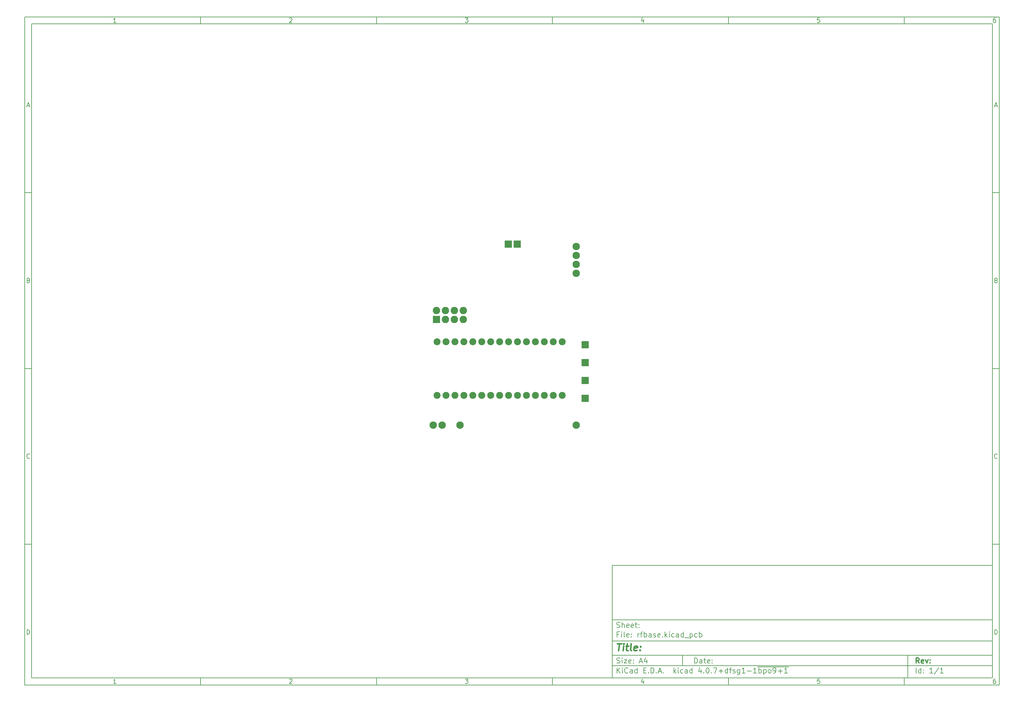
<source format=gbr>
G04 #@! TF.FileFunction,Soldermask,Bot*
%FSLAX46Y46*%
G04 Gerber Fmt 4.6, Leading zero omitted, Abs format (unit mm)*
G04 Created by KiCad (PCBNEW 4.0.7+dfsg1-1~bpo9+1) date Fri Jan  5 13:38:06 2018*
%MOMM*%
%LPD*%
G01*
G04 APERTURE LIST*
%ADD10C,0.100000*%
%ADD11C,0.150000*%
%ADD12C,0.300000*%
%ADD13C,0.400000*%
%ADD14C,1.974800*%
%ADD15R,2.100000X2.100000*%
%ADD16O,2.100000X2.100000*%
%ADD17C,2.100000*%
G04 APERTURE END LIST*
D10*
D11*
X177002200Y-166007200D02*
X177002200Y-198007200D01*
X285002200Y-198007200D01*
X285002200Y-166007200D01*
X177002200Y-166007200D01*
D10*
D11*
X10000000Y-10000000D02*
X10000000Y-200007200D01*
X287002200Y-200007200D01*
X287002200Y-10000000D01*
X10000000Y-10000000D01*
D10*
D11*
X12000000Y-12000000D02*
X12000000Y-198007200D01*
X285002200Y-198007200D01*
X285002200Y-12000000D01*
X12000000Y-12000000D01*
D10*
D11*
X60000000Y-12000000D02*
X60000000Y-10000000D01*
D10*
D11*
X110000000Y-12000000D02*
X110000000Y-10000000D01*
D10*
D11*
X160000000Y-12000000D02*
X160000000Y-10000000D01*
D10*
D11*
X210000000Y-12000000D02*
X210000000Y-10000000D01*
D10*
D11*
X260000000Y-12000000D02*
X260000000Y-10000000D01*
D10*
D11*
X35990476Y-11588095D02*
X35247619Y-11588095D01*
X35619048Y-11588095D02*
X35619048Y-10288095D01*
X35495238Y-10473810D01*
X35371429Y-10597619D01*
X35247619Y-10659524D01*
D10*
D11*
X85247619Y-10411905D02*
X85309524Y-10350000D01*
X85433333Y-10288095D01*
X85742857Y-10288095D01*
X85866667Y-10350000D01*
X85928571Y-10411905D01*
X85990476Y-10535714D01*
X85990476Y-10659524D01*
X85928571Y-10845238D01*
X85185714Y-11588095D01*
X85990476Y-11588095D01*
D10*
D11*
X135185714Y-10288095D02*
X135990476Y-10288095D01*
X135557143Y-10783333D01*
X135742857Y-10783333D01*
X135866667Y-10845238D01*
X135928571Y-10907143D01*
X135990476Y-11030952D01*
X135990476Y-11340476D01*
X135928571Y-11464286D01*
X135866667Y-11526190D01*
X135742857Y-11588095D01*
X135371429Y-11588095D01*
X135247619Y-11526190D01*
X135185714Y-11464286D01*
D10*
D11*
X185866667Y-10721429D02*
X185866667Y-11588095D01*
X185557143Y-10226190D02*
X185247619Y-11154762D01*
X186052381Y-11154762D01*
D10*
D11*
X235928571Y-10288095D02*
X235309524Y-10288095D01*
X235247619Y-10907143D01*
X235309524Y-10845238D01*
X235433333Y-10783333D01*
X235742857Y-10783333D01*
X235866667Y-10845238D01*
X235928571Y-10907143D01*
X235990476Y-11030952D01*
X235990476Y-11340476D01*
X235928571Y-11464286D01*
X235866667Y-11526190D01*
X235742857Y-11588095D01*
X235433333Y-11588095D01*
X235309524Y-11526190D01*
X235247619Y-11464286D01*
D10*
D11*
X285866667Y-10288095D02*
X285619048Y-10288095D01*
X285495238Y-10350000D01*
X285433333Y-10411905D01*
X285309524Y-10597619D01*
X285247619Y-10845238D01*
X285247619Y-11340476D01*
X285309524Y-11464286D01*
X285371429Y-11526190D01*
X285495238Y-11588095D01*
X285742857Y-11588095D01*
X285866667Y-11526190D01*
X285928571Y-11464286D01*
X285990476Y-11340476D01*
X285990476Y-11030952D01*
X285928571Y-10907143D01*
X285866667Y-10845238D01*
X285742857Y-10783333D01*
X285495238Y-10783333D01*
X285371429Y-10845238D01*
X285309524Y-10907143D01*
X285247619Y-11030952D01*
D10*
D11*
X60000000Y-198007200D02*
X60000000Y-200007200D01*
D10*
D11*
X110000000Y-198007200D02*
X110000000Y-200007200D01*
D10*
D11*
X160000000Y-198007200D02*
X160000000Y-200007200D01*
D10*
D11*
X210000000Y-198007200D02*
X210000000Y-200007200D01*
D10*
D11*
X260000000Y-198007200D02*
X260000000Y-200007200D01*
D10*
D11*
X35990476Y-199595295D02*
X35247619Y-199595295D01*
X35619048Y-199595295D02*
X35619048Y-198295295D01*
X35495238Y-198481010D01*
X35371429Y-198604819D01*
X35247619Y-198666724D01*
D10*
D11*
X85247619Y-198419105D02*
X85309524Y-198357200D01*
X85433333Y-198295295D01*
X85742857Y-198295295D01*
X85866667Y-198357200D01*
X85928571Y-198419105D01*
X85990476Y-198542914D01*
X85990476Y-198666724D01*
X85928571Y-198852438D01*
X85185714Y-199595295D01*
X85990476Y-199595295D01*
D10*
D11*
X135185714Y-198295295D02*
X135990476Y-198295295D01*
X135557143Y-198790533D01*
X135742857Y-198790533D01*
X135866667Y-198852438D01*
X135928571Y-198914343D01*
X135990476Y-199038152D01*
X135990476Y-199347676D01*
X135928571Y-199471486D01*
X135866667Y-199533390D01*
X135742857Y-199595295D01*
X135371429Y-199595295D01*
X135247619Y-199533390D01*
X135185714Y-199471486D01*
D10*
D11*
X185866667Y-198728629D02*
X185866667Y-199595295D01*
X185557143Y-198233390D02*
X185247619Y-199161962D01*
X186052381Y-199161962D01*
D10*
D11*
X235928571Y-198295295D02*
X235309524Y-198295295D01*
X235247619Y-198914343D01*
X235309524Y-198852438D01*
X235433333Y-198790533D01*
X235742857Y-198790533D01*
X235866667Y-198852438D01*
X235928571Y-198914343D01*
X235990476Y-199038152D01*
X235990476Y-199347676D01*
X235928571Y-199471486D01*
X235866667Y-199533390D01*
X235742857Y-199595295D01*
X235433333Y-199595295D01*
X235309524Y-199533390D01*
X235247619Y-199471486D01*
D10*
D11*
X285866667Y-198295295D02*
X285619048Y-198295295D01*
X285495238Y-198357200D01*
X285433333Y-198419105D01*
X285309524Y-198604819D01*
X285247619Y-198852438D01*
X285247619Y-199347676D01*
X285309524Y-199471486D01*
X285371429Y-199533390D01*
X285495238Y-199595295D01*
X285742857Y-199595295D01*
X285866667Y-199533390D01*
X285928571Y-199471486D01*
X285990476Y-199347676D01*
X285990476Y-199038152D01*
X285928571Y-198914343D01*
X285866667Y-198852438D01*
X285742857Y-198790533D01*
X285495238Y-198790533D01*
X285371429Y-198852438D01*
X285309524Y-198914343D01*
X285247619Y-199038152D01*
D10*
D11*
X10000000Y-60000000D02*
X12000000Y-60000000D01*
D10*
D11*
X10000000Y-110000000D02*
X12000000Y-110000000D01*
D10*
D11*
X10000000Y-160000000D02*
X12000000Y-160000000D01*
D10*
D11*
X10690476Y-35216667D02*
X11309524Y-35216667D01*
X10566667Y-35588095D02*
X11000000Y-34288095D01*
X11433333Y-35588095D01*
D10*
D11*
X11092857Y-84907143D02*
X11278571Y-84969048D01*
X11340476Y-85030952D01*
X11402381Y-85154762D01*
X11402381Y-85340476D01*
X11340476Y-85464286D01*
X11278571Y-85526190D01*
X11154762Y-85588095D01*
X10659524Y-85588095D01*
X10659524Y-84288095D01*
X11092857Y-84288095D01*
X11216667Y-84350000D01*
X11278571Y-84411905D01*
X11340476Y-84535714D01*
X11340476Y-84659524D01*
X11278571Y-84783333D01*
X11216667Y-84845238D01*
X11092857Y-84907143D01*
X10659524Y-84907143D01*
D10*
D11*
X11402381Y-135464286D02*
X11340476Y-135526190D01*
X11154762Y-135588095D01*
X11030952Y-135588095D01*
X10845238Y-135526190D01*
X10721429Y-135402381D01*
X10659524Y-135278571D01*
X10597619Y-135030952D01*
X10597619Y-134845238D01*
X10659524Y-134597619D01*
X10721429Y-134473810D01*
X10845238Y-134350000D01*
X11030952Y-134288095D01*
X11154762Y-134288095D01*
X11340476Y-134350000D01*
X11402381Y-134411905D01*
D10*
D11*
X10659524Y-185588095D02*
X10659524Y-184288095D01*
X10969048Y-184288095D01*
X11154762Y-184350000D01*
X11278571Y-184473810D01*
X11340476Y-184597619D01*
X11402381Y-184845238D01*
X11402381Y-185030952D01*
X11340476Y-185278571D01*
X11278571Y-185402381D01*
X11154762Y-185526190D01*
X10969048Y-185588095D01*
X10659524Y-185588095D01*
D10*
D11*
X287002200Y-60000000D02*
X285002200Y-60000000D01*
D10*
D11*
X287002200Y-110000000D02*
X285002200Y-110000000D01*
D10*
D11*
X287002200Y-160000000D02*
X285002200Y-160000000D01*
D10*
D11*
X285692676Y-35216667D02*
X286311724Y-35216667D01*
X285568867Y-35588095D02*
X286002200Y-34288095D01*
X286435533Y-35588095D01*
D10*
D11*
X286095057Y-84907143D02*
X286280771Y-84969048D01*
X286342676Y-85030952D01*
X286404581Y-85154762D01*
X286404581Y-85340476D01*
X286342676Y-85464286D01*
X286280771Y-85526190D01*
X286156962Y-85588095D01*
X285661724Y-85588095D01*
X285661724Y-84288095D01*
X286095057Y-84288095D01*
X286218867Y-84350000D01*
X286280771Y-84411905D01*
X286342676Y-84535714D01*
X286342676Y-84659524D01*
X286280771Y-84783333D01*
X286218867Y-84845238D01*
X286095057Y-84907143D01*
X285661724Y-84907143D01*
D10*
D11*
X286404581Y-135464286D02*
X286342676Y-135526190D01*
X286156962Y-135588095D01*
X286033152Y-135588095D01*
X285847438Y-135526190D01*
X285723629Y-135402381D01*
X285661724Y-135278571D01*
X285599819Y-135030952D01*
X285599819Y-134845238D01*
X285661724Y-134597619D01*
X285723629Y-134473810D01*
X285847438Y-134350000D01*
X286033152Y-134288095D01*
X286156962Y-134288095D01*
X286342676Y-134350000D01*
X286404581Y-134411905D01*
D10*
D11*
X285661724Y-185588095D02*
X285661724Y-184288095D01*
X285971248Y-184288095D01*
X286156962Y-184350000D01*
X286280771Y-184473810D01*
X286342676Y-184597619D01*
X286404581Y-184845238D01*
X286404581Y-185030952D01*
X286342676Y-185278571D01*
X286280771Y-185402381D01*
X286156962Y-185526190D01*
X285971248Y-185588095D01*
X285661724Y-185588095D01*
D10*
D11*
X200359343Y-193785771D02*
X200359343Y-192285771D01*
X200716486Y-192285771D01*
X200930771Y-192357200D01*
X201073629Y-192500057D01*
X201145057Y-192642914D01*
X201216486Y-192928629D01*
X201216486Y-193142914D01*
X201145057Y-193428629D01*
X201073629Y-193571486D01*
X200930771Y-193714343D01*
X200716486Y-193785771D01*
X200359343Y-193785771D01*
X202502200Y-193785771D02*
X202502200Y-193000057D01*
X202430771Y-192857200D01*
X202287914Y-192785771D01*
X202002200Y-192785771D01*
X201859343Y-192857200D01*
X202502200Y-193714343D02*
X202359343Y-193785771D01*
X202002200Y-193785771D01*
X201859343Y-193714343D01*
X201787914Y-193571486D01*
X201787914Y-193428629D01*
X201859343Y-193285771D01*
X202002200Y-193214343D01*
X202359343Y-193214343D01*
X202502200Y-193142914D01*
X203002200Y-192785771D02*
X203573629Y-192785771D01*
X203216486Y-192285771D02*
X203216486Y-193571486D01*
X203287914Y-193714343D01*
X203430772Y-193785771D01*
X203573629Y-193785771D01*
X204645057Y-193714343D02*
X204502200Y-193785771D01*
X204216486Y-193785771D01*
X204073629Y-193714343D01*
X204002200Y-193571486D01*
X204002200Y-193000057D01*
X204073629Y-192857200D01*
X204216486Y-192785771D01*
X204502200Y-192785771D01*
X204645057Y-192857200D01*
X204716486Y-193000057D01*
X204716486Y-193142914D01*
X204002200Y-193285771D01*
X205359343Y-193642914D02*
X205430771Y-193714343D01*
X205359343Y-193785771D01*
X205287914Y-193714343D01*
X205359343Y-193642914D01*
X205359343Y-193785771D01*
X205359343Y-192857200D02*
X205430771Y-192928629D01*
X205359343Y-193000057D01*
X205287914Y-192928629D01*
X205359343Y-192857200D01*
X205359343Y-193000057D01*
D10*
D11*
X177002200Y-194507200D02*
X285002200Y-194507200D01*
D10*
D11*
X178359343Y-196585771D02*
X178359343Y-195085771D01*
X179216486Y-196585771D02*
X178573629Y-195728629D01*
X179216486Y-195085771D02*
X178359343Y-195942914D01*
X179859343Y-196585771D02*
X179859343Y-195585771D01*
X179859343Y-195085771D02*
X179787914Y-195157200D01*
X179859343Y-195228629D01*
X179930771Y-195157200D01*
X179859343Y-195085771D01*
X179859343Y-195228629D01*
X181430772Y-196442914D02*
X181359343Y-196514343D01*
X181145057Y-196585771D01*
X181002200Y-196585771D01*
X180787915Y-196514343D01*
X180645057Y-196371486D01*
X180573629Y-196228629D01*
X180502200Y-195942914D01*
X180502200Y-195728629D01*
X180573629Y-195442914D01*
X180645057Y-195300057D01*
X180787915Y-195157200D01*
X181002200Y-195085771D01*
X181145057Y-195085771D01*
X181359343Y-195157200D01*
X181430772Y-195228629D01*
X182716486Y-196585771D02*
X182716486Y-195800057D01*
X182645057Y-195657200D01*
X182502200Y-195585771D01*
X182216486Y-195585771D01*
X182073629Y-195657200D01*
X182716486Y-196514343D02*
X182573629Y-196585771D01*
X182216486Y-196585771D01*
X182073629Y-196514343D01*
X182002200Y-196371486D01*
X182002200Y-196228629D01*
X182073629Y-196085771D01*
X182216486Y-196014343D01*
X182573629Y-196014343D01*
X182716486Y-195942914D01*
X184073629Y-196585771D02*
X184073629Y-195085771D01*
X184073629Y-196514343D02*
X183930772Y-196585771D01*
X183645058Y-196585771D01*
X183502200Y-196514343D01*
X183430772Y-196442914D01*
X183359343Y-196300057D01*
X183359343Y-195871486D01*
X183430772Y-195728629D01*
X183502200Y-195657200D01*
X183645058Y-195585771D01*
X183930772Y-195585771D01*
X184073629Y-195657200D01*
X185930772Y-195800057D02*
X186430772Y-195800057D01*
X186645058Y-196585771D02*
X185930772Y-196585771D01*
X185930772Y-195085771D01*
X186645058Y-195085771D01*
X187287915Y-196442914D02*
X187359343Y-196514343D01*
X187287915Y-196585771D01*
X187216486Y-196514343D01*
X187287915Y-196442914D01*
X187287915Y-196585771D01*
X188002201Y-196585771D02*
X188002201Y-195085771D01*
X188359344Y-195085771D01*
X188573629Y-195157200D01*
X188716487Y-195300057D01*
X188787915Y-195442914D01*
X188859344Y-195728629D01*
X188859344Y-195942914D01*
X188787915Y-196228629D01*
X188716487Y-196371486D01*
X188573629Y-196514343D01*
X188359344Y-196585771D01*
X188002201Y-196585771D01*
X189502201Y-196442914D02*
X189573629Y-196514343D01*
X189502201Y-196585771D01*
X189430772Y-196514343D01*
X189502201Y-196442914D01*
X189502201Y-196585771D01*
X190145058Y-196157200D02*
X190859344Y-196157200D01*
X190002201Y-196585771D02*
X190502201Y-195085771D01*
X191002201Y-196585771D01*
X191502201Y-196442914D02*
X191573629Y-196514343D01*
X191502201Y-196585771D01*
X191430772Y-196514343D01*
X191502201Y-196442914D01*
X191502201Y-196585771D01*
X194502201Y-196585771D02*
X194502201Y-195085771D01*
X194645058Y-196014343D02*
X195073629Y-196585771D01*
X195073629Y-195585771D02*
X194502201Y-196157200D01*
X195716487Y-196585771D02*
X195716487Y-195585771D01*
X195716487Y-195085771D02*
X195645058Y-195157200D01*
X195716487Y-195228629D01*
X195787915Y-195157200D01*
X195716487Y-195085771D01*
X195716487Y-195228629D01*
X197073630Y-196514343D02*
X196930773Y-196585771D01*
X196645059Y-196585771D01*
X196502201Y-196514343D01*
X196430773Y-196442914D01*
X196359344Y-196300057D01*
X196359344Y-195871486D01*
X196430773Y-195728629D01*
X196502201Y-195657200D01*
X196645059Y-195585771D01*
X196930773Y-195585771D01*
X197073630Y-195657200D01*
X198359344Y-196585771D02*
X198359344Y-195800057D01*
X198287915Y-195657200D01*
X198145058Y-195585771D01*
X197859344Y-195585771D01*
X197716487Y-195657200D01*
X198359344Y-196514343D02*
X198216487Y-196585771D01*
X197859344Y-196585771D01*
X197716487Y-196514343D01*
X197645058Y-196371486D01*
X197645058Y-196228629D01*
X197716487Y-196085771D01*
X197859344Y-196014343D01*
X198216487Y-196014343D01*
X198359344Y-195942914D01*
X199716487Y-196585771D02*
X199716487Y-195085771D01*
X199716487Y-196514343D02*
X199573630Y-196585771D01*
X199287916Y-196585771D01*
X199145058Y-196514343D01*
X199073630Y-196442914D01*
X199002201Y-196300057D01*
X199002201Y-195871486D01*
X199073630Y-195728629D01*
X199145058Y-195657200D01*
X199287916Y-195585771D01*
X199573630Y-195585771D01*
X199716487Y-195657200D01*
X202216487Y-195585771D02*
X202216487Y-196585771D01*
X201859344Y-195014343D02*
X201502201Y-196085771D01*
X202430773Y-196085771D01*
X203002201Y-196442914D02*
X203073629Y-196514343D01*
X203002201Y-196585771D01*
X202930772Y-196514343D01*
X203002201Y-196442914D01*
X203002201Y-196585771D01*
X204002201Y-195085771D02*
X204145058Y-195085771D01*
X204287915Y-195157200D01*
X204359344Y-195228629D01*
X204430773Y-195371486D01*
X204502201Y-195657200D01*
X204502201Y-196014343D01*
X204430773Y-196300057D01*
X204359344Y-196442914D01*
X204287915Y-196514343D01*
X204145058Y-196585771D01*
X204002201Y-196585771D01*
X203859344Y-196514343D01*
X203787915Y-196442914D01*
X203716487Y-196300057D01*
X203645058Y-196014343D01*
X203645058Y-195657200D01*
X203716487Y-195371486D01*
X203787915Y-195228629D01*
X203859344Y-195157200D01*
X204002201Y-195085771D01*
X205145058Y-196442914D02*
X205216486Y-196514343D01*
X205145058Y-196585771D01*
X205073629Y-196514343D01*
X205145058Y-196442914D01*
X205145058Y-196585771D01*
X205716487Y-195085771D02*
X206716487Y-195085771D01*
X206073630Y-196585771D01*
X207287915Y-196014343D02*
X208430772Y-196014343D01*
X207859343Y-196585771D02*
X207859343Y-195442914D01*
X209787915Y-196585771D02*
X209787915Y-195085771D01*
X209787915Y-196514343D02*
X209645058Y-196585771D01*
X209359344Y-196585771D01*
X209216486Y-196514343D01*
X209145058Y-196442914D01*
X209073629Y-196300057D01*
X209073629Y-195871486D01*
X209145058Y-195728629D01*
X209216486Y-195657200D01*
X209359344Y-195585771D01*
X209645058Y-195585771D01*
X209787915Y-195657200D01*
X210287915Y-195585771D02*
X210859344Y-195585771D01*
X210502201Y-196585771D02*
X210502201Y-195300057D01*
X210573629Y-195157200D01*
X210716487Y-195085771D01*
X210859344Y-195085771D01*
X211287915Y-196514343D02*
X211430772Y-196585771D01*
X211716487Y-196585771D01*
X211859344Y-196514343D01*
X211930772Y-196371486D01*
X211930772Y-196300057D01*
X211859344Y-196157200D01*
X211716487Y-196085771D01*
X211502201Y-196085771D01*
X211359344Y-196014343D01*
X211287915Y-195871486D01*
X211287915Y-195800057D01*
X211359344Y-195657200D01*
X211502201Y-195585771D01*
X211716487Y-195585771D01*
X211859344Y-195657200D01*
X213216487Y-195585771D02*
X213216487Y-196800057D01*
X213145058Y-196942914D01*
X213073630Y-197014343D01*
X212930773Y-197085771D01*
X212716487Y-197085771D01*
X212573630Y-197014343D01*
X213216487Y-196514343D02*
X213073630Y-196585771D01*
X212787916Y-196585771D01*
X212645058Y-196514343D01*
X212573630Y-196442914D01*
X212502201Y-196300057D01*
X212502201Y-195871486D01*
X212573630Y-195728629D01*
X212645058Y-195657200D01*
X212787916Y-195585771D01*
X213073630Y-195585771D01*
X213216487Y-195657200D01*
X214716487Y-196585771D02*
X213859344Y-196585771D01*
X214287916Y-196585771D02*
X214287916Y-195085771D01*
X214145059Y-195300057D01*
X214002201Y-195442914D01*
X213859344Y-195514343D01*
X215359344Y-196014343D02*
X216502201Y-196014343D01*
X218002201Y-196585771D02*
X217145058Y-196585771D01*
X217573630Y-196585771D02*
X217573630Y-195085771D01*
X217430773Y-195300057D01*
X217287915Y-195442914D01*
X217145058Y-195514343D01*
X218645058Y-196585771D02*
X218645058Y-195085771D01*
X218645058Y-195657200D02*
X218787915Y-195585771D01*
X219073629Y-195585771D01*
X219216486Y-195657200D01*
X219287915Y-195728629D01*
X219359344Y-195871486D01*
X219359344Y-196300057D01*
X219287915Y-196442914D01*
X219216486Y-196514343D01*
X219073629Y-196585771D01*
X218787915Y-196585771D01*
X218645058Y-196514343D01*
X220002201Y-195585771D02*
X220002201Y-197085771D01*
X220002201Y-195657200D02*
X220145058Y-195585771D01*
X220430772Y-195585771D01*
X220573629Y-195657200D01*
X220645058Y-195728629D01*
X220716487Y-195871486D01*
X220716487Y-196300057D01*
X220645058Y-196442914D01*
X220573629Y-196514343D01*
X220430772Y-196585771D01*
X220145058Y-196585771D01*
X220002201Y-196514343D01*
X221573630Y-196585771D02*
X221430772Y-196514343D01*
X221359344Y-196442914D01*
X221287915Y-196300057D01*
X221287915Y-195871486D01*
X221359344Y-195728629D01*
X221430772Y-195657200D01*
X221573630Y-195585771D01*
X221787915Y-195585771D01*
X221930772Y-195657200D01*
X222002201Y-195728629D01*
X222073630Y-195871486D01*
X222073630Y-196300057D01*
X222002201Y-196442914D01*
X221930772Y-196514343D01*
X221787915Y-196585771D01*
X221573630Y-196585771D01*
X222787915Y-196585771D02*
X223073630Y-196585771D01*
X223216487Y-196514343D01*
X223287915Y-196442914D01*
X223430773Y-196228629D01*
X223502201Y-195942914D01*
X223502201Y-195371486D01*
X223430773Y-195228629D01*
X223359344Y-195157200D01*
X223216487Y-195085771D01*
X222930773Y-195085771D01*
X222787915Y-195157200D01*
X222716487Y-195228629D01*
X222645058Y-195371486D01*
X222645058Y-195728629D01*
X222716487Y-195871486D01*
X222787915Y-195942914D01*
X222930773Y-196014343D01*
X223216487Y-196014343D01*
X223359344Y-195942914D01*
X223430773Y-195871486D01*
X223502201Y-195728629D01*
X224145058Y-196014343D02*
X225287915Y-196014343D01*
X224716486Y-196585771D02*
X224716486Y-195442914D01*
X226787915Y-196585771D02*
X225930772Y-196585771D01*
X226359344Y-196585771D02*
X226359344Y-195085771D01*
X226216487Y-195300057D01*
X226073629Y-195442914D01*
X225930772Y-195514343D01*
X218287915Y-194827200D02*
X227073629Y-194827200D01*
D10*
D11*
X177002200Y-191507200D02*
X285002200Y-191507200D01*
D10*
D12*
X264216486Y-193785771D02*
X263716486Y-193071486D01*
X263359343Y-193785771D02*
X263359343Y-192285771D01*
X263930771Y-192285771D01*
X264073629Y-192357200D01*
X264145057Y-192428629D01*
X264216486Y-192571486D01*
X264216486Y-192785771D01*
X264145057Y-192928629D01*
X264073629Y-193000057D01*
X263930771Y-193071486D01*
X263359343Y-193071486D01*
X265430771Y-193714343D02*
X265287914Y-193785771D01*
X265002200Y-193785771D01*
X264859343Y-193714343D01*
X264787914Y-193571486D01*
X264787914Y-193000057D01*
X264859343Y-192857200D01*
X265002200Y-192785771D01*
X265287914Y-192785771D01*
X265430771Y-192857200D01*
X265502200Y-193000057D01*
X265502200Y-193142914D01*
X264787914Y-193285771D01*
X266002200Y-192785771D02*
X266359343Y-193785771D01*
X266716485Y-192785771D01*
X267287914Y-193642914D02*
X267359342Y-193714343D01*
X267287914Y-193785771D01*
X267216485Y-193714343D01*
X267287914Y-193642914D01*
X267287914Y-193785771D01*
X267287914Y-192857200D02*
X267359342Y-192928629D01*
X267287914Y-193000057D01*
X267216485Y-192928629D01*
X267287914Y-192857200D01*
X267287914Y-193000057D01*
D10*
D11*
X178287914Y-193714343D02*
X178502200Y-193785771D01*
X178859343Y-193785771D01*
X179002200Y-193714343D01*
X179073629Y-193642914D01*
X179145057Y-193500057D01*
X179145057Y-193357200D01*
X179073629Y-193214343D01*
X179002200Y-193142914D01*
X178859343Y-193071486D01*
X178573629Y-193000057D01*
X178430771Y-192928629D01*
X178359343Y-192857200D01*
X178287914Y-192714343D01*
X178287914Y-192571486D01*
X178359343Y-192428629D01*
X178430771Y-192357200D01*
X178573629Y-192285771D01*
X178930771Y-192285771D01*
X179145057Y-192357200D01*
X179787914Y-193785771D02*
X179787914Y-192785771D01*
X179787914Y-192285771D02*
X179716485Y-192357200D01*
X179787914Y-192428629D01*
X179859342Y-192357200D01*
X179787914Y-192285771D01*
X179787914Y-192428629D01*
X180359343Y-192785771D02*
X181145057Y-192785771D01*
X180359343Y-193785771D01*
X181145057Y-193785771D01*
X182287914Y-193714343D02*
X182145057Y-193785771D01*
X181859343Y-193785771D01*
X181716486Y-193714343D01*
X181645057Y-193571486D01*
X181645057Y-193000057D01*
X181716486Y-192857200D01*
X181859343Y-192785771D01*
X182145057Y-192785771D01*
X182287914Y-192857200D01*
X182359343Y-193000057D01*
X182359343Y-193142914D01*
X181645057Y-193285771D01*
X183002200Y-193642914D02*
X183073628Y-193714343D01*
X183002200Y-193785771D01*
X182930771Y-193714343D01*
X183002200Y-193642914D01*
X183002200Y-193785771D01*
X183002200Y-192857200D02*
X183073628Y-192928629D01*
X183002200Y-193000057D01*
X182930771Y-192928629D01*
X183002200Y-192857200D01*
X183002200Y-193000057D01*
X184787914Y-193357200D02*
X185502200Y-193357200D01*
X184645057Y-193785771D02*
X185145057Y-192285771D01*
X185645057Y-193785771D01*
X186787914Y-192785771D02*
X186787914Y-193785771D01*
X186430771Y-192214343D02*
X186073628Y-193285771D01*
X187002200Y-193285771D01*
D10*
D11*
X263359343Y-196585771D02*
X263359343Y-195085771D01*
X264716486Y-196585771D02*
X264716486Y-195085771D01*
X264716486Y-196514343D02*
X264573629Y-196585771D01*
X264287915Y-196585771D01*
X264145057Y-196514343D01*
X264073629Y-196442914D01*
X264002200Y-196300057D01*
X264002200Y-195871486D01*
X264073629Y-195728629D01*
X264145057Y-195657200D01*
X264287915Y-195585771D01*
X264573629Y-195585771D01*
X264716486Y-195657200D01*
X265430772Y-196442914D02*
X265502200Y-196514343D01*
X265430772Y-196585771D01*
X265359343Y-196514343D01*
X265430772Y-196442914D01*
X265430772Y-196585771D01*
X265430772Y-195657200D02*
X265502200Y-195728629D01*
X265430772Y-195800057D01*
X265359343Y-195728629D01*
X265430772Y-195657200D01*
X265430772Y-195800057D01*
X268073629Y-196585771D02*
X267216486Y-196585771D01*
X267645058Y-196585771D02*
X267645058Y-195085771D01*
X267502201Y-195300057D01*
X267359343Y-195442914D01*
X267216486Y-195514343D01*
X269787914Y-195014343D02*
X268502200Y-196942914D01*
X271073629Y-196585771D02*
X270216486Y-196585771D01*
X270645058Y-196585771D02*
X270645058Y-195085771D01*
X270502201Y-195300057D01*
X270359343Y-195442914D01*
X270216486Y-195514343D01*
D10*
D11*
X177002200Y-187507200D02*
X285002200Y-187507200D01*
D10*
D13*
X178454581Y-188211962D02*
X179597438Y-188211962D01*
X178776010Y-190211962D02*
X179026010Y-188211962D01*
X180014105Y-190211962D02*
X180180771Y-188878629D01*
X180264105Y-188211962D02*
X180156962Y-188307200D01*
X180240295Y-188402438D01*
X180347439Y-188307200D01*
X180264105Y-188211962D01*
X180240295Y-188402438D01*
X180847438Y-188878629D02*
X181609343Y-188878629D01*
X181216486Y-188211962D02*
X181002200Y-189926248D01*
X181073630Y-190116724D01*
X181252201Y-190211962D01*
X181442677Y-190211962D01*
X182395058Y-190211962D02*
X182216487Y-190116724D01*
X182145057Y-189926248D01*
X182359343Y-188211962D01*
X183930772Y-190116724D02*
X183728391Y-190211962D01*
X183347439Y-190211962D01*
X183168867Y-190116724D01*
X183097438Y-189926248D01*
X183192676Y-189164343D01*
X183311724Y-188973867D01*
X183514105Y-188878629D01*
X183895057Y-188878629D01*
X184073629Y-188973867D01*
X184145057Y-189164343D01*
X184121248Y-189354819D01*
X183145057Y-189545295D01*
X184895057Y-190021486D02*
X184978392Y-190116724D01*
X184871248Y-190211962D01*
X184787915Y-190116724D01*
X184895057Y-190021486D01*
X184871248Y-190211962D01*
X185026010Y-188973867D02*
X185109344Y-189069105D01*
X185002200Y-189164343D01*
X184918867Y-189069105D01*
X185026010Y-188973867D01*
X185002200Y-189164343D01*
D10*
D11*
X178859343Y-185600057D02*
X178359343Y-185600057D01*
X178359343Y-186385771D02*
X178359343Y-184885771D01*
X179073629Y-184885771D01*
X179645057Y-186385771D02*
X179645057Y-185385771D01*
X179645057Y-184885771D02*
X179573628Y-184957200D01*
X179645057Y-185028629D01*
X179716485Y-184957200D01*
X179645057Y-184885771D01*
X179645057Y-185028629D01*
X180573629Y-186385771D02*
X180430771Y-186314343D01*
X180359343Y-186171486D01*
X180359343Y-184885771D01*
X181716485Y-186314343D02*
X181573628Y-186385771D01*
X181287914Y-186385771D01*
X181145057Y-186314343D01*
X181073628Y-186171486D01*
X181073628Y-185600057D01*
X181145057Y-185457200D01*
X181287914Y-185385771D01*
X181573628Y-185385771D01*
X181716485Y-185457200D01*
X181787914Y-185600057D01*
X181787914Y-185742914D01*
X181073628Y-185885771D01*
X182430771Y-186242914D02*
X182502199Y-186314343D01*
X182430771Y-186385771D01*
X182359342Y-186314343D01*
X182430771Y-186242914D01*
X182430771Y-186385771D01*
X182430771Y-185457200D02*
X182502199Y-185528629D01*
X182430771Y-185600057D01*
X182359342Y-185528629D01*
X182430771Y-185457200D01*
X182430771Y-185600057D01*
X184287914Y-186385771D02*
X184287914Y-185385771D01*
X184287914Y-185671486D02*
X184359342Y-185528629D01*
X184430771Y-185457200D01*
X184573628Y-185385771D01*
X184716485Y-185385771D01*
X185002199Y-185385771D02*
X185573628Y-185385771D01*
X185216485Y-186385771D02*
X185216485Y-185100057D01*
X185287913Y-184957200D01*
X185430771Y-184885771D01*
X185573628Y-184885771D01*
X186073628Y-186385771D02*
X186073628Y-184885771D01*
X186073628Y-185457200D02*
X186216485Y-185385771D01*
X186502199Y-185385771D01*
X186645056Y-185457200D01*
X186716485Y-185528629D01*
X186787914Y-185671486D01*
X186787914Y-186100057D01*
X186716485Y-186242914D01*
X186645056Y-186314343D01*
X186502199Y-186385771D01*
X186216485Y-186385771D01*
X186073628Y-186314343D01*
X188073628Y-186385771D02*
X188073628Y-185600057D01*
X188002199Y-185457200D01*
X187859342Y-185385771D01*
X187573628Y-185385771D01*
X187430771Y-185457200D01*
X188073628Y-186314343D02*
X187930771Y-186385771D01*
X187573628Y-186385771D01*
X187430771Y-186314343D01*
X187359342Y-186171486D01*
X187359342Y-186028629D01*
X187430771Y-185885771D01*
X187573628Y-185814343D01*
X187930771Y-185814343D01*
X188073628Y-185742914D01*
X188716485Y-186314343D02*
X188859342Y-186385771D01*
X189145057Y-186385771D01*
X189287914Y-186314343D01*
X189359342Y-186171486D01*
X189359342Y-186100057D01*
X189287914Y-185957200D01*
X189145057Y-185885771D01*
X188930771Y-185885771D01*
X188787914Y-185814343D01*
X188716485Y-185671486D01*
X188716485Y-185600057D01*
X188787914Y-185457200D01*
X188930771Y-185385771D01*
X189145057Y-185385771D01*
X189287914Y-185457200D01*
X190573628Y-186314343D02*
X190430771Y-186385771D01*
X190145057Y-186385771D01*
X190002200Y-186314343D01*
X189930771Y-186171486D01*
X189930771Y-185600057D01*
X190002200Y-185457200D01*
X190145057Y-185385771D01*
X190430771Y-185385771D01*
X190573628Y-185457200D01*
X190645057Y-185600057D01*
X190645057Y-185742914D01*
X189930771Y-185885771D01*
X191287914Y-186242914D02*
X191359342Y-186314343D01*
X191287914Y-186385771D01*
X191216485Y-186314343D01*
X191287914Y-186242914D01*
X191287914Y-186385771D01*
X192002200Y-186385771D02*
X192002200Y-184885771D01*
X192145057Y-185814343D02*
X192573628Y-186385771D01*
X192573628Y-185385771D02*
X192002200Y-185957200D01*
X193216486Y-186385771D02*
X193216486Y-185385771D01*
X193216486Y-184885771D02*
X193145057Y-184957200D01*
X193216486Y-185028629D01*
X193287914Y-184957200D01*
X193216486Y-184885771D01*
X193216486Y-185028629D01*
X194573629Y-186314343D02*
X194430772Y-186385771D01*
X194145058Y-186385771D01*
X194002200Y-186314343D01*
X193930772Y-186242914D01*
X193859343Y-186100057D01*
X193859343Y-185671486D01*
X193930772Y-185528629D01*
X194002200Y-185457200D01*
X194145058Y-185385771D01*
X194430772Y-185385771D01*
X194573629Y-185457200D01*
X195859343Y-186385771D02*
X195859343Y-185600057D01*
X195787914Y-185457200D01*
X195645057Y-185385771D01*
X195359343Y-185385771D01*
X195216486Y-185457200D01*
X195859343Y-186314343D02*
X195716486Y-186385771D01*
X195359343Y-186385771D01*
X195216486Y-186314343D01*
X195145057Y-186171486D01*
X195145057Y-186028629D01*
X195216486Y-185885771D01*
X195359343Y-185814343D01*
X195716486Y-185814343D01*
X195859343Y-185742914D01*
X197216486Y-186385771D02*
X197216486Y-184885771D01*
X197216486Y-186314343D02*
X197073629Y-186385771D01*
X196787915Y-186385771D01*
X196645057Y-186314343D01*
X196573629Y-186242914D01*
X196502200Y-186100057D01*
X196502200Y-185671486D01*
X196573629Y-185528629D01*
X196645057Y-185457200D01*
X196787915Y-185385771D01*
X197073629Y-185385771D01*
X197216486Y-185457200D01*
X197573629Y-186528629D02*
X198716486Y-186528629D01*
X199073629Y-185385771D02*
X199073629Y-186885771D01*
X199073629Y-185457200D02*
X199216486Y-185385771D01*
X199502200Y-185385771D01*
X199645057Y-185457200D01*
X199716486Y-185528629D01*
X199787915Y-185671486D01*
X199787915Y-186100057D01*
X199716486Y-186242914D01*
X199645057Y-186314343D01*
X199502200Y-186385771D01*
X199216486Y-186385771D01*
X199073629Y-186314343D01*
X201073629Y-186314343D02*
X200930772Y-186385771D01*
X200645058Y-186385771D01*
X200502200Y-186314343D01*
X200430772Y-186242914D01*
X200359343Y-186100057D01*
X200359343Y-185671486D01*
X200430772Y-185528629D01*
X200502200Y-185457200D01*
X200645058Y-185385771D01*
X200930772Y-185385771D01*
X201073629Y-185457200D01*
X201716486Y-186385771D02*
X201716486Y-184885771D01*
X201716486Y-185457200D02*
X201859343Y-185385771D01*
X202145057Y-185385771D01*
X202287914Y-185457200D01*
X202359343Y-185528629D01*
X202430772Y-185671486D01*
X202430772Y-186100057D01*
X202359343Y-186242914D01*
X202287914Y-186314343D01*
X202145057Y-186385771D01*
X201859343Y-186385771D01*
X201716486Y-186314343D01*
D10*
D11*
X177002200Y-181507200D02*
X285002200Y-181507200D01*
D10*
D11*
X178287914Y-183614343D02*
X178502200Y-183685771D01*
X178859343Y-183685771D01*
X179002200Y-183614343D01*
X179073629Y-183542914D01*
X179145057Y-183400057D01*
X179145057Y-183257200D01*
X179073629Y-183114343D01*
X179002200Y-183042914D01*
X178859343Y-182971486D01*
X178573629Y-182900057D01*
X178430771Y-182828629D01*
X178359343Y-182757200D01*
X178287914Y-182614343D01*
X178287914Y-182471486D01*
X178359343Y-182328629D01*
X178430771Y-182257200D01*
X178573629Y-182185771D01*
X178930771Y-182185771D01*
X179145057Y-182257200D01*
X179787914Y-183685771D02*
X179787914Y-182185771D01*
X180430771Y-183685771D02*
X180430771Y-182900057D01*
X180359342Y-182757200D01*
X180216485Y-182685771D01*
X180002200Y-182685771D01*
X179859342Y-182757200D01*
X179787914Y-182828629D01*
X181716485Y-183614343D02*
X181573628Y-183685771D01*
X181287914Y-183685771D01*
X181145057Y-183614343D01*
X181073628Y-183471486D01*
X181073628Y-182900057D01*
X181145057Y-182757200D01*
X181287914Y-182685771D01*
X181573628Y-182685771D01*
X181716485Y-182757200D01*
X181787914Y-182900057D01*
X181787914Y-183042914D01*
X181073628Y-183185771D01*
X183002199Y-183614343D02*
X182859342Y-183685771D01*
X182573628Y-183685771D01*
X182430771Y-183614343D01*
X182359342Y-183471486D01*
X182359342Y-182900057D01*
X182430771Y-182757200D01*
X182573628Y-182685771D01*
X182859342Y-182685771D01*
X183002199Y-182757200D01*
X183073628Y-182900057D01*
X183073628Y-183042914D01*
X182359342Y-183185771D01*
X183502199Y-182685771D02*
X184073628Y-182685771D01*
X183716485Y-182185771D02*
X183716485Y-183471486D01*
X183787913Y-183614343D01*
X183930771Y-183685771D01*
X184073628Y-183685771D01*
X184573628Y-183542914D02*
X184645056Y-183614343D01*
X184573628Y-183685771D01*
X184502199Y-183614343D01*
X184573628Y-183542914D01*
X184573628Y-183685771D01*
X184573628Y-182757200D02*
X184645056Y-182828629D01*
X184573628Y-182900057D01*
X184502199Y-182828629D01*
X184573628Y-182757200D01*
X184573628Y-182900057D01*
D10*
D11*
X197002200Y-191507200D02*
X197002200Y-194507200D01*
D10*
D11*
X261002200Y-191507200D02*
X261002200Y-198007200D01*
D14*
X162780000Y-117620000D03*
X162780000Y-102380000D03*
X160240000Y-117620000D03*
X160240000Y-102380000D03*
X157700000Y-117620000D03*
X157700000Y-102380000D03*
X155160000Y-117620000D03*
X155160000Y-102380000D03*
X152620000Y-117620000D03*
X152620000Y-102380000D03*
X150080000Y-117620000D03*
X150080000Y-102380000D03*
X147540000Y-117620000D03*
X147540000Y-102380000D03*
X145000000Y-117620000D03*
X145000000Y-102380000D03*
X142460000Y-117620000D03*
X142460000Y-102380000D03*
X139920000Y-117620000D03*
X139920000Y-102380000D03*
X137380000Y-117620000D03*
X137380000Y-102380000D03*
X134840000Y-117620000D03*
X134840000Y-102380000D03*
X132300000Y-117620000D03*
X132300000Y-102380000D03*
X129760000Y-117620000D03*
X129760000Y-102380000D03*
X127220000Y-117620000D03*
X127220000Y-102380000D03*
D15*
X127000000Y-96000000D03*
D16*
X127000000Y-93460000D03*
X129540000Y-96000000D03*
X129540000Y-93460000D03*
X132080000Y-96000000D03*
X132080000Y-93460000D03*
X134620000Y-96000000D03*
X134620000Y-93460000D03*
D17*
X133760000Y-126080000D03*
X126140000Y-126080000D03*
X128680000Y-126080000D03*
X166780000Y-82900000D03*
X166780000Y-80360000D03*
X166780000Y-77820000D03*
D15*
X147460000Y-74580000D03*
X150000000Y-74580000D03*
X169320000Y-113380000D03*
X169320000Y-103220000D03*
X169320000Y-118460000D03*
X169320000Y-108300000D03*
D17*
X166780000Y-126080000D03*
X166780000Y-75280000D03*
M02*

</source>
